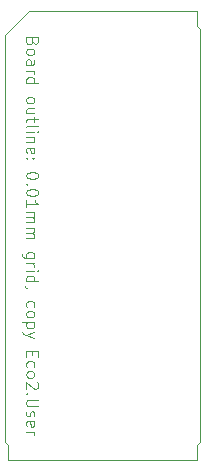
<source format=gbr>
G04 #@! TF.GenerationSoftware,KiCad,Pcbnew,5.1.9-73d0e3b20d~88~ubuntu20.10.1*
G04 #@! TF.CreationDate,2021-03-16T14:13:42-04:00*
G04 #@! TF.ProjectId,Molex78805_PCB,4d6f6c65-7837-4383-9830-355f5043422e,002*
G04 #@! TF.SameCoordinates,Original*
G04 #@! TF.FileFunction,Other,ECO2*
%FSLAX46Y46*%
G04 Gerber Fmt 4.6, Leading zero omitted, Abs format (unit mm)*
G04 Created by KiCad (PCBNEW 5.1.9-73d0e3b20d~88~ubuntu20.10.1) date 2021-03-16 14:13:42*
%MOMM*%
%LPD*%
G01*
G04 APERTURE LIST*
%ADD10C,0.010000*%
%ADD11C,0.100000*%
G04 APERTURE END LIST*
D10*
X141018400Y-80187000D02*
X138958400Y-82247000D01*
X155218400Y-80187000D02*
X141018400Y-80187000D01*
X138958400Y-116677000D02*
X138958400Y-82247000D01*
X155478400Y-116677000D02*
X155478400Y-81697000D01*
X155478400Y-81697000D02*
X155218400Y-81437000D01*
X155218400Y-81437000D02*
X155218400Y-80187000D01*
X139218400Y-116937000D02*
X138958400Y-116677000D01*
X139218400Y-118187000D02*
X139218400Y-116937000D01*
X155218400Y-116937000D02*
X155478400Y-116677000D01*
X155218400Y-118187000D02*
X155218400Y-116937000D01*
X139218400Y-118187000D02*
X155218400Y-118187000D01*
D11*
X141289828Y-82758428D02*
X141242209Y-82901285D01*
X141194590Y-82948904D01*
X141099352Y-82996523D01*
X140956495Y-82996523D01*
X140861257Y-82948904D01*
X140813638Y-82901285D01*
X140766019Y-82806047D01*
X140766019Y-82425095D01*
X141766019Y-82425095D01*
X141766019Y-82758428D01*
X141718400Y-82853666D01*
X141670780Y-82901285D01*
X141575542Y-82948904D01*
X141480304Y-82948904D01*
X141385066Y-82901285D01*
X141337447Y-82853666D01*
X141289828Y-82758428D01*
X141289828Y-82425095D01*
X140766019Y-83567952D02*
X140813638Y-83472714D01*
X140861257Y-83425095D01*
X140956495Y-83377476D01*
X141242209Y-83377476D01*
X141337447Y-83425095D01*
X141385066Y-83472714D01*
X141432685Y-83567952D01*
X141432685Y-83710809D01*
X141385066Y-83806047D01*
X141337447Y-83853666D01*
X141242209Y-83901285D01*
X140956495Y-83901285D01*
X140861257Y-83853666D01*
X140813638Y-83806047D01*
X140766019Y-83710809D01*
X140766019Y-83567952D01*
X140766019Y-84758428D02*
X141289828Y-84758428D01*
X141385066Y-84710809D01*
X141432685Y-84615571D01*
X141432685Y-84425095D01*
X141385066Y-84329857D01*
X140813638Y-84758428D02*
X140766019Y-84663190D01*
X140766019Y-84425095D01*
X140813638Y-84329857D01*
X140908876Y-84282238D01*
X141004114Y-84282238D01*
X141099352Y-84329857D01*
X141146971Y-84425095D01*
X141146971Y-84663190D01*
X141194590Y-84758428D01*
X140766019Y-85234619D02*
X141432685Y-85234619D01*
X141242209Y-85234619D02*
X141337447Y-85282238D01*
X141385066Y-85329857D01*
X141432685Y-85425095D01*
X141432685Y-85520333D01*
X140766019Y-86282238D02*
X141766019Y-86282238D01*
X140813638Y-86282238D02*
X140766019Y-86187000D01*
X140766019Y-85996523D01*
X140813638Y-85901285D01*
X140861257Y-85853666D01*
X140956495Y-85806047D01*
X141242209Y-85806047D01*
X141337447Y-85853666D01*
X141385066Y-85901285D01*
X141432685Y-85996523D01*
X141432685Y-86187000D01*
X141385066Y-86282238D01*
X140766019Y-87663190D02*
X140813638Y-87567952D01*
X140861257Y-87520333D01*
X140956495Y-87472714D01*
X141242209Y-87472714D01*
X141337447Y-87520333D01*
X141385066Y-87567952D01*
X141432685Y-87663190D01*
X141432685Y-87806047D01*
X141385066Y-87901285D01*
X141337447Y-87948904D01*
X141242209Y-87996523D01*
X140956495Y-87996523D01*
X140861257Y-87948904D01*
X140813638Y-87901285D01*
X140766019Y-87806047D01*
X140766019Y-87663190D01*
X141432685Y-88853666D02*
X140766019Y-88853666D01*
X141432685Y-88425095D02*
X140908876Y-88425095D01*
X140813638Y-88472714D01*
X140766019Y-88567952D01*
X140766019Y-88710809D01*
X140813638Y-88806047D01*
X140861257Y-88853666D01*
X141432685Y-89187000D02*
X141432685Y-89567952D01*
X141766019Y-89329857D02*
X140908876Y-89329857D01*
X140813638Y-89377476D01*
X140766019Y-89472714D01*
X140766019Y-89567952D01*
X140766019Y-90044142D02*
X140813638Y-89948904D01*
X140908876Y-89901285D01*
X141766019Y-89901285D01*
X140766019Y-90425095D02*
X141432685Y-90425095D01*
X141766019Y-90425095D02*
X141718400Y-90377476D01*
X141670780Y-90425095D01*
X141718400Y-90472714D01*
X141766019Y-90425095D01*
X141670780Y-90425095D01*
X141432685Y-90901285D02*
X140766019Y-90901285D01*
X141337447Y-90901285D02*
X141385066Y-90948904D01*
X141432685Y-91044142D01*
X141432685Y-91187000D01*
X141385066Y-91282238D01*
X141289828Y-91329857D01*
X140766019Y-91329857D01*
X140813638Y-92187000D02*
X140766019Y-92091761D01*
X140766019Y-91901285D01*
X140813638Y-91806047D01*
X140908876Y-91758428D01*
X141289828Y-91758428D01*
X141385066Y-91806047D01*
X141432685Y-91901285D01*
X141432685Y-92091761D01*
X141385066Y-92187000D01*
X141289828Y-92234619D01*
X141194590Y-92234619D01*
X141099352Y-91758428D01*
X140861257Y-92663190D02*
X140813638Y-92710809D01*
X140766019Y-92663190D01*
X140813638Y-92615571D01*
X140861257Y-92663190D01*
X140766019Y-92663190D01*
X141385066Y-92663190D02*
X141337447Y-92710809D01*
X141289828Y-92663190D01*
X141337447Y-92615571D01*
X141385066Y-92663190D01*
X141289828Y-92663190D01*
X141766019Y-94091761D02*
X141766019Y-94187000D01*
X141718400Y-94282238D01*
X141670780Y-94329857D01*
X141575542Y-94377476D01*
X141385066Y-94425095D01*
X141146971Y-94425095D01*
X140956495Y-94377476D01*
X140861257Y-94329857D01*
X140813638Y-94282238D01*
X140766019Y-94187000D01*
X140766019Y-94091761D01*
X140813638Y-93996523D01*
X140861257Y-93948904D01*
X140956495Y-93901285D01*
X141146971Y-93853666D01*
X141385066Y-93853666D01*
X141575542Y-93901285D01*
X141670780Y-93948904D01*
X141718400Y-93996523D01*
X141766019Y-94091761D01*
X140861257Y-94853666D02*
X140813638Y-94901285D01*
X140766019Y-94853666D01*
X140813638Y-94806047D01*
X140861257Y-94853666D01*
X140766019Y-94853666D01*
X141766019Y-95520333D02*
X141766019Y-95615571D01*
X141718400Y-95710809D01*
X141670780Y-95758428D01*
X141575542Y-95806047D01*
X141385066Y-95853666D01*
X141146971Y-95853666D01*
X140956495Y-95806047D01*
X140861257Y-95758428D01*
X140813638Y-95710809D01*
X140766019Y-95615571D01*
X140766019Y-95520333D01*
X140813638Y-95425095D01*
X140861257Y-95377476D01*
X140956495Y-95329857D01*
X141146971Y-95282238D01*
X141385066Y-95282238D01*
X141575542Y-95329857D01*
X141670780Y-95377476D01*
X141718400Y-95425095D01*
X141766019Y-95520333D01*
X140766019Y-96806047D02*
X140766019Y-96234619D01*
X140766019Y-96520333D02*
X141766019Y-96520333D01*
X141623161Y-96425095D01*
X141527923Y-96329857D01*
X141480304Y-96234619D01*
X140766019Y-97234619D02*
X141432685Y-97234619D01*
X141337447Y-97234619D02*
X141385066Y-97282238D01*
X141432685Y-97377476D01*
X141432685Y-97520333D01*
X141385066Y-97615571D01*
X141289828Y-97663190D01*
X140766019Y-97663190D01*
X141289828Y-97663190D02*
X141385066Y-97710809D01*
X141432685Y-97806047D01*
X141432685Y-97948904D01*
X141385066Y-98044142D01*
X141289828Y-98091761D01*
X140766019Y-98091761D01*
X140766019Y-98567952D02*
X141432685Y-98567952D01*
X141337447Y-98567952D02*
X141385066Y-98615571D01*
X141432685Y-98710809D01*
X141432685Y-98853666D01*
X141385066Y-98948904D01*
X141289828Y-98996523D01*
X140766019Y-98996523D01*
X141289828Y-98996523D02*
X141385066Y-99044142D01*
X141432685Y-99139380D01*
X141432685Y-99282238D01*
X141385066Y-99377476D01*
X141289828Y-99425095D01*
X140766019Y-99425095D01*
X141432685Y-101091761D02*
X140623161Y-101091761D01*
X140527923Y-101044142D01*
X140480304Y-100996523D01*
X140432685Y-100901285D01*
X140432685Y-100758428D01*
X140480304Y-100663190D01*
X140813638Y-101091761D02*
X140766019Y-100996523D01*
X140766019Y-100806047D01*
X140813638Y-100710809D01*
X140861257Y-100663190D01*
X140956495Y-100615571D01*
X141242209Y-100615571D01*
X141337447Y-100663190D01*
X141385066Y-100710809D01*
X141432685Y-100806047D01*
X141432685Y-100996523D01*
X141385066Y-101091761D01*
X140766019Y-101567952D02*
X141432685Y-101567952D01*
X141242209Y-101567952D02*
X141337447Y-101615571D01*
X141385066Y-101663190D01*
X141432685Y-101758428D01*
X141432685Y-101853666D01*
X140766019Y-102187000D02*
X141432685Y-102187000D01*
X141766019Y-102187000D02*
X141718400Y-102139380D01*
X141670780Y-102187000D01*
X141718400Y-102234619D01*
X141766019Y-102187000D01*
X141670780Y-102187000D01*
X140766019Y-103091761D02*
X141766019Y-103091761D01*
X140813638Y-103091761D02*
X140766019Y-102996523D01*
X140766019Y-102806047D01*
X140813638Y-102710809D01*
X140861257Y-102663190D01*
X140956495Y-102615571D01*
X141242209Y-102615571D01*
X141337447Y-102663190D01*
X141385066Y-102710809D01*
X141432685Y-102806047D01*
X141432685Y-102996523D01*
X141385066Y-103091761D01*
X140813638Y-103615571D02*
X140766019Y-103615571D01*
X140670780Y-103567952D01*
X140623161Y-103520333D01*
X140813638Y-105234619D02*
X140766019Y-105139380D01*
X140766019Y-104948904D01*
X140813638Y-104853666D01*
X140861257Y-104806047D01*
X140956495Y-104758428D01*
X141242209Y-104758428D01*
X141337447Y-104806047D01*
X141385066Y-104853666D01*
X141432685Y-104948904D01*
X141432685Y-105139380D01*
X141385066Y-105234619D01*
X140766019Y-105806047D02*
X140813638Y-105710809D01*
X140861257Y-105663190D01*
X140956495Y-105615571D01*
X141242209Y-105615571D01*
X141337447Y-105663190D01*
X141385066Y-105710809D01*
X141432685Y-105806047D01*
X141432685Y-105948904D01*
X141385066Y-106044142D01*
X141337447Y-106091761D01*
X141242209Y-106139380D01*
X140956495Y-106139380D01*
X140861257Y-106091761D01*
X140813638Y-106044142D01*
X140766019Y-105948904D01*
X140766019Y-105806047D01*
X141432685Y-106567952D02*
X140432685Y-106567952D01*
X141385066Y-106567952D02*
X141432685Y-106663190D01*
X141432685Y-106853666D01*
X141385066Y-106948904D01*
X141337447Y-106996523D01*
X141242209Y-107044142D01*
X140956495Y-107044142D01*
X140861257Y-106996523D01*
X140813638Y-106948904D01*
X140766019Y-106853666D01*
X140766019Y-106663190D01*
X140813638Y-106567952D01*
X141432685Y-107377476D02*
X140766019Y-107615571D01*
X141432685Y-107853666D02*
X140766019Y-107615571D01*
X140527923Y-107520333D01*
X140480304Y-107472714D01*
X140432685Y-107377476D01*
X141289828Y-108996523D02*
X141289828Y-109329857D01*
X140766019Y-109472714D02*
X140766019Y-108996523D01*
X141766019Y-108996523D01*
X141766019Y-109472714D01*
X140813638Y-110329857D02*
X140766019Y-110234619D01*
X140766019Y-110044142D01*
X140813638Y-109948904D01*
X140861257Y-109901285D01*
X140956495Y-109853666D01*
X141242209Y-109853666D01*
X141337447Y-109901285D01*
X141385066Y-109948904D01*
X141432685Y-110044142D01*
X141432685Y-110234619D01*
X141385066Y-110329857D01*
X140766019Y-110901285D02*
X140813638Y-110806047D01*
X140861257Y-110758428D01*
X140956495Y-110710809D01*
X141242209Y-110710809D01*
X141337447Y-110758428D01*
X141385066Y-110806047D01*
X141432685Y-110901285D01*
X141432685Y-111044142D01*
X141385066Y-111139380D01*
X141337447Y-111187000D01*
X141242209Y-111234619D01*
X140956495Y-111234619D01*
X140861257Y-111187000D01*
X140813638Y-111139380D01*
X140766019Y-111044142D01*
X140766019Y-110901285D01*
X141670780Y-111615571D02*
X141718400Y-111663190D01*
X141766019Y-111758428D01*
X141766019Y-111996523D01*
X141718400Y-112091761D01*
X141670780Y-112139380D01*
X141575542Y-112187000D01*
X141480304Y-112187000D01*
X141337447Y-112139380D01*
X140766019Y-111567952D01*
X140766019Y-112187000D01*
X140861257Y-112615571D02*
X140813638Y-112663190D01*
X140766019Y-112615571D01*
X140813638Y-112567952D01*
X140861257Y-112615571D01*
X140766019Y-112615571D01*
X141766019Y-113091761D02*
X140956495Y-113091761D01*
X140861257Y-113139380D01*
X140813638Y-113187000D01*
X140766019Y-113282238D01*
X140766019Y-113472714D01*
X140813638Y-113567952D01*
X140861257Y-113615571D01*
X140956495Y-113663190D01*
X141766019Y-113663190D01*
X140813638Y-114091761D02*
X140766019Y-114187000D01*
X140766019Y-114377476D01*
X140813638Y-114472714D01*
X140908876Y-114520333D01*
X140956495Y-114520333D01*
X141051733Y-114472714D01*
X141099352Y-114377476D01*
X141099352Y-114234619D01*
X141146971Y-114139380D01*
X141242209Y-114091761D01*
X141289828Y-114091761D01*
X141385066Y-114139380D01*
X141432685Y-114234619D01*
X141432685Y-114377476D01*
X141385066Y-114472714D01*
X140813638Y-115329857D02*
X140766019Y-115234619D01*
X140766019Y-115044142D01*
X140813638Y-114948904D01*
X140908876Y-114901285D01*
X141289828Y-114901285D01*
X141385066Y-114948904D01*
X141432685Y-115044142D01*
X141432685Y-115234619D01*
X141385066Y-115329857D01*
X141289828Y-115377476D01*
X141194590Y-115377476D01*
X141099352Y-114901285D01*
X140766019Y-115806047D02*
X141432685Y-115806047D01*
X141242209Y-115806047D02*
X141337447Y-115853666D01*
X141385066Y-115901285D01*
X141432685Y-115996523D01*
X141432685Y-116091761D01*
M02*

</source>
